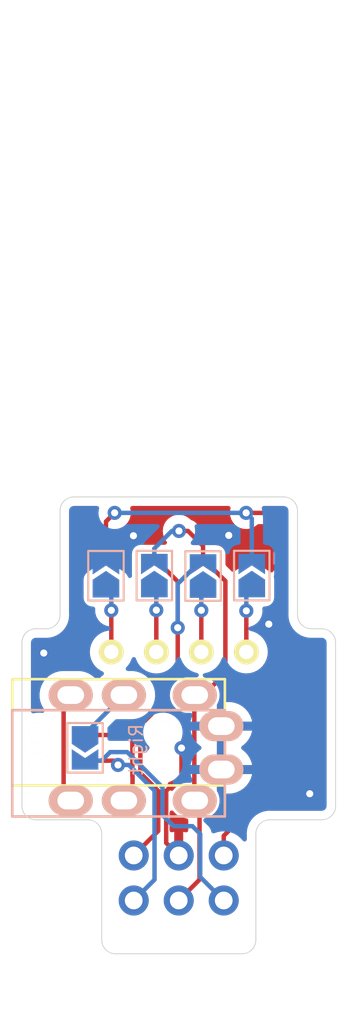
<source format=kicad_pcb>
(kicad_pcb (version 20211014) (generator pcbnew)
  (layers (0 "F.Cu" signal) (31 "B.Cu" signal) (34 "B.Paste" user) (35 "F.Paste" user) (36 "B.SilkS" user "B.Silkscreen") (37 "F.SilkS" user "F.Silkscreen") (38 "B.Mask" user) (39 "F.Mask" user) (44 "Edge.Cuts" user))
  (net 0 "")
  (net 1 "Net-(J4-Pad2)")
  (net 2 "unconnected-(J4-Pad3)")
  (net 3 "/SDA")
  (net 4 "/SCK")
  (net 5 "GND")
  (net 6 "VCC")
  (net 7 "Net-(J5-Pad6)")
  (net 8 "Net-(J5-Pad4)")
  (net 9 "Net-(J6-Pad4)")
  (net 10 "Net-(J6-Pad3)")
  (net 11 "Net-(J6-Pad2)")
  (net 12 "Net-(J6-Pad1)")
  (footprint "TPS42-Shield:OLED" (layer "F.Cu") (at 77.561543 44.778457)
    (fp_text reference "J6" hide)
    (fp_text value "OLED" hide)
    (pad "1" thru_hole circle (at -3.81 0) (size 1.397 1.397) (drill 0.8128) (layers *.Cu *.Mask "F.SilkS") (net 12 "Net-(J6-Pad1)"))
    (pad "2" thru_hole circle (at -1.27 0) (size 1.397 1.397) (drill 0.8128) (layers *.Cu *.Mask "F.SilkS") (net 11 "Net-(J6-Pad2)"))
    (pad "3" thru_hole circle (at 1.27 0) (size 1.397 1.397) (drill 0.8128) (layers *.Cu *.Mask "F.SilkS") (net 10 "Net-(J6-Pad3)"))
    (pad "4" thru_hole circle (at 3.81 0) (size 1.397 1.397) (drill 0.8128) (layers *.Cu *.Mask "F.SilkS") (net 9 "Net-(J6-Pad4)"))
  )
  (footprint "Jumper:SolderJumper-2_P1.3mm_Open_TrianglePad1.0x1.5mm" (layer "F.Cu") (at 73.45 40.48 90)
    (fp_text reference "JP10" hide)
    (fp_text value "Jumper_2_Open" hide)
    (fp_line (start -1.4 -1) (end 1.4 -1) (layer "F.SilkS") (width 0.12))
    (fp_line (start 1.4 -1) (end 1.4 1) (layer "F.SilkS") (width 0.12))
    (fp_line (start -1.4 1) (end -1.4 -1) (layer "F.SilkS") (width 0.12))
    (fp_line (start 1.4 1) (end -1.4 1) (layer "F.SilkS") (width 0.12))
    (pad "1" smd custom locked (at -0.725 0 90) (size 0.3 0.3) (layers "F.Cu" "F.Mask") (net 12 "Net-(J6-Pad1)") (options (clearance outline) (anchor rect)) (primitives (gr_poly (pts (xy 1 0) (xy 0.5 0.75) (xy -0.5 0.75) (xy -0.5 -0.75) (xy 0.5 -0.75)) (width 0) (fill yes))))
    (pad "2" smd custom locked (at 0.725 0 90) (size 0.3 0.3) (layers "F.Cu" "F.Mask") (net 3 "/SDA") (options (clearance outline) (anchor rect)) (primitives (gr_poly (pts (xy 0.5 0.75) (xy -0.65 0.75) (xy -0.15 0) (xy -0.65 -0.75) (xy 0.5 -0.75)) (width 0) (fill yes))))
  )
  (footprint "Jumper:SolderJumper-2_P1.3mm_Open_TrianglePad1.0x1.5mm" (layer "F.Cu") (at 81.68 40.47 90)
    (fp_text reference "JP12" hide)
    (fp_text value "Jumper_2_Open" hide)
    (fp_line (start 1.4 1) (end -1.4 1) (layer "F.SilkS") (width 0.12))
    (fp_line (start 1.4 -1) (end 1.4 1) (layer "F.SilkS") (width 0.12))
    (fp_line (start -1.4 -1) (end 1.4 -1) (layer "F.SilkS") (width 0.12))
    (fp_line (start -1.4 1) (end -1.4 -1) (layer "F.SilkS") (width 0.12))
    (pad "1" smd custom locked (at -0.725 0 90) (size 0.3 0.3) (layers "F.Cu" "F.Mask") (net 9 "Net-(J6-Pad4)") (options (clearance outline) (anchor rect)) (primitives (gr_poly (pts (xy 1 0) (xy 0.5 0.75) (xy -0.5 0.75) (xy -0.5 -0.75) (xy 0.5 -0.75)) (width 0) (fill yes))))
    (pad "2" smd custom locked (at 0.725 0 90) (size 0.3 0.3) (layers "F.Cu" "F.Mask") (net 5 "GND") (options (clearance outline) (anchor rect)) (primitives (gr_poly (pts (xy 0.5 0.75) (xy -0.65 0.75) (xy -0.15 0) (xy -0.65 -0.75) (xy 0.5 -0.75)) (width 0) (fill yes))))
  )
  (footprint "Jumper:SolderJumper-2_P1.3mm_Open_TrianglePad1.0x1.5mm" (layer "F.Cu") (at 72.27 50.19 -90)
    (fp_text reference "JP13" hide)
    (fp_text value "Jumper_2_Open" hide)
    (fp_line (start 1.4 1) (end -1.4 1) (layer "F.SilkS") (width 0.12))
    (fp_line (start 1.4 -1) (end 1.4 1) (layer "F.SilkS") (width 0.12))
    (fp_line (start -1.4 -1) (end 1.4 -1) (layer "F.SilkS") (width 0.12))
    (fp_line (start -1.4 1) (end -1.4 -1) (layer "F.SilkS") (width 0.12))
    (pad "1" smd custom locked (at -0.725 0 270) (size 0.3 0.3) (layers "F.Cu" "F.Mask") (net 1 "Net-(J4-Pad2)") (options (clearance outline) (anchor rect)) (primitives (gr_poly (pts (xy 1 0) (xy 0.5 0.75) (xy -0.5 0.75) (xy -0.5 -0.75) (xy 0.5 -0.75)) (width 0) (fill yes))))
    (pad "2" smd custom locked (at 0.725 0 270) (size 0.3 0.3) (layers "F.Cu" "F.Mask") (net 8 "Net-(J5-Pad4)") (options (clearance outline) (anchor rect)) (primitives (gr_poly (pts (xy 0.5 0.75) (xy -0.65 0.75) (xy -0.15 0) (xy -0.65 -0.75) (xy 0.5 -0.75)) (width 0) (fill yes))))
  )
  (footprint "Jumper:SolderJumper-2_P1.3mm_Open_TrianglePad1.0x1.5mm" (layer "F.Cu") (at 78.93 40.5 90)
    (fp_text reference "JP18" hide)
    (fp_text value "Jumper_2_Open" hide)
    (fp_line (start 1.4 1) (end -1.4 1) (layer "F.SilkS") (width 0.12))
    (fp_line (start -1.4 -1) (end 1.4 -1) (layer "F.SilkS") (width 0.12))
    (fp_line (start 1.4 -1) (end 1.4 1) (layer "F.SilkS") (width 0.12))
    (fp_line (start -1.4 1) (end -1.4 -1) (layer "F.SilkS") (width 0.12))
    (pad "1" smd custom locked (at -0.725 0 90) (size 0.3 0.3) (layers "F.Cu" "F.Mask") (net 10 "Net-(J6-Pad3)") (options (clearance outline) (anchor rect)) (primitives (gr_poly (pts (xy 1 0) (xy 0.5 0.75) (xy -0.5 0.75) (xy -0.5 -0.75) (xy 0.5 -0.75)) (width 0) (fill yes))))
    (pad "2" smd custom locked (at 0.725 0 90) (size 0.3 0.3) (layers "F.Cu" "F.Mask") (net 6 "VCC") (options (clearance outline) (anchor rect)) (primitives (gr_poly (pts (xy 0.5 0.75) (xy -0.65 0.75) (xy -0.15 0) (xy -0.65 -0.75) (xy 0.5 -0.75)) (width 0) (fill yes))))
  )
  (footprint "Jumper:SolderJumper-2_P1.3mm_Open_TrianglePad1.0x1.5mm" (layer "F.Cu") (at 76.18 40.47 90)
    (fp_text reference "JP16" hide)
    (fp_text value "Jumper_2_Open" hide)
    (fp_line (start -1.4 1) (end -1.4 -1) (layer "F.SilkS") (width 0.12))
    (fp_line (start 1.4 1) (end -1.4 1) (layer "F.SilkS") (width 0.12))
    (fp_line (start -1.4 -1) (end 1.4 -1) (layer "F.SilkS") (width 0.12))
    (fp_line (start 1.4 -1) (end 1.4 1) (layer "F.SilkS") (width 0.12))
    (pad "1" smd custom locked (at -0.725 0 90) (size 0.3 0.3) (layers "F.Cu" "F.Mask") (net 11 "Net-(J6-Pad2)") (options (clearance outline) (anchor rect)) (primitives (gr_poly (pts (xy 1 0) (xy 0.5 0.75) (xy -0.5 0.75) (xy -0.5 -0.75) (xy 0.5 -0.75)) (width 0) (fill yes))))
    (pad "2" smd custom locked (at 0.725 0 90) (size 0.3 0.3) (layers "F.Cu" "F.Mask") (net 4 "/SCK") (options (clearance outline) (anchor rect)) (primitives (gr_poly (pts (xy 0.5 0.75) (xy -0.65 0.75) (xy -0.15 0) (xy -0.65 -0.75) (xy 0.5 -0.75)) (width 0) (fill yes))))
  )
  (footprint "Jumper:SolderJumper-2_P1.3mm_Open_TrianglePad1.0x1.5mm" (layer "B.Cu") (at 76.18 40.47 90)
    (fp_text reference "JP15" hide)
    (fp_text value "Jumper_2_Open" hide)
    (fp_line (start 1.4 -1) (end -1.4 -1) (layer "B.SilkS") (width 0.12))
    (fp_line (start -1.4 -1) (end -1.4 1) (layer "B.SilkS") (width 0.12))
    (fp_line (start -1.4 1) (end 1.4 1) (layer "B.SilkS") (width 0.12))
    (fp_line (start 1.4 1) (end 1.4 -1) (layer "B.SilkS") (width 0.12))
    (pad "1" smd custom locked (at -0.725 0 90) (size 0.3 0.3) (layers "B.Cu" "B.Mask") (net 11 "Net-(J6-Pad2)") (options (clearance outline) (anchor rect)) (primitives (gr_poly (pts (xy 1 0) (xy 0.5 0.75) (xy -0.5 0.75) (xy -0.5 -0.75) (xy 0.5 -0.75)) (width 0) (fill yes))))
    (pad "2" smd custom locked (at 0.725 0 90) (size 0.3 0.3) (layers "B.Cu" "B.Mask") (net 6 "VCC") (options (clearance outline) (anchor rect)) (primitives (gr_poly (pts (xy 0.5 0.75) (xy -0.65 0.75) (xy -0.15 0) (xy -0.65 -0.75) (xy 0.5 -0.75)) (width 0) (fill yes))))
  )
  (footprint "TPS42-Shield:MJ-4PP-9-reversable" (layer "B.Cu") (at 68.161543 51.063457 -90)
    (fp_text reference "J4" hide)
    (fp_text value "PJ-320A" hide)
    (fp_line (start -3 -12) (end -3 0) (layer "B.SilkS") (width 0.15))
    (fp_line (start 3 -12) (end -3 -12) (layer "B.SilkS") (width 0.15))
    (fp_line (start 3 0) (end 3 -12) (layer "B.SilkS") (width 0.15))
    (fp_line (start -3 0) (end 3 0) (layer "B.SilkS") (width 0.15))
    (fp_line (start -4.75 -12) (end -4.75 0) (layer "F.SilkS") (width 0.15))
    (fp_line (start 1.25 -12) (end -4.75 -12) (layer "F.SilkS") (width 0.15))
    (fp_line (start 1.25 0) (end 1.25 -12) (layer "F.SilkS") (width 0.15))
    (fp_line (start -4.75 0) (end 1.25 0) (layer "F.SilkS") (width 0.15))
    (pad "" np_thru_hole circle (at 0 -1.5 270) (size 1.2 1.2) (drill 1.2) (layers *.Cu *.Mask "B.SilkS"))
    (pad "" np_thru_hole circle (at 0 -8.5 270) (size 1.2 1.2) (drill 1.2) (layers *.Cu *.Mask "B.SilkS"))
    (pad "" np_thru_hole circle (at -1.75 -8.5 270) (size 1.2 1.2) (drill 1.2) (layers *.Cu *.Mask "B.SilkS"))
    (pad "" np_thru_hole circle (at -1.75 -1.5 270) (size 1.2 1.2) (drill 1.2) (layers *.Cu *.Mask "B.SilkS"))
    (pad "1" thru_hole oval (at -3.85 -10.3 270) (size 1.7 2.5) (drill oval 1 1.5) (layers *.Cu *.Mask "B.SilkS") (net 6 "VCC") (clearance 0.15))
    (pad "1" thru_hole oval (at 2.1 -10.3 270) (size 1.7 2.5) (drill oval 1 1.5) (layers *.Cu *.Mask "B.SilkS") (net 6 "VCC") (clearance 0.15))
    (pad "2" thru_hole oval (at -3.85 -6.3 270) (size 1.7 2.5) (drill oval 1 1.5) (layers *.Cu *.Mask "B.SilkS") (net 1 "Net-(J4-Pad2)"))
    (pad "2" thru_hole oval (at 2.1 -6.3 270) (size 1.7 2.5) (drill oval 1 1.5) (layers *.Cu *.Mask "B.SilkS") (net 1 "Net-(J4-Pad2)"))
    (pad "3" thru_hole oval (at -3.85 -3.3 270) (size 1.7 2.5) (drill oval 1 1.5) (layers *.Cu *.Mask "B.SilkS") (net 2 "unconnected-(J4-Pad3)"))
    (pad "3" thru_hole oval (at 2.1 -3.3 270) (size 1.7 2.5) (drill oval 1 1.5) (layers *.Cu *.Mask "B.SilkS") (net 2 "unconnected-(J4-Pad3)"))
    (pad "4" thru_hole oval (at -2.1 -11.8 270) (size 1.7 2.5) (drill oval 1 1.5) (layers *.Cu *.Mask "B.SilkS") (net 5 "GND") (clearance 0.15))
    (pad "4" thru_hole oval (at 0.35 -11.8 270) (size 1.7 2.5) (drill oval 1 1.5) (layers *.Cu *.Mask "B.SilkS") (net 5 "GND") (clearance 0.15))
  )
  (footprint "Connector_PinHeader_2.54mm:PinHeader_2x03_P2.54mm_Vertical" (layer "B.Cu") (at 75.016543 56.263457 -90)
    (fp_text reference "J5" hide)
    (fp_text value "Conn_01x06" hide)
    (pad "1" thru_hole circle (at 0 0 270) (size 1.7 1.7) (drill 1) (layers *.Cu *.Mask) (net 4 "/SCK"))
    (pad "2" thru_hole oval (at 0 -2.54 270) (size 1.7 1.7) (drill 1) (layers *.Cu *.Mask) (net 5 "GND"))
    (pad "3" thru_hole circle (at 0 -5.08 270) (size 1.7 1.7) (drill 1) (layers *.Cu *.Mask) (net 3 "/SDA"))
    (pad "4" thru_hole oval (at 2.54 0 270) (size 1.7 1.7) (drill 1) (layers *.Cu *.Mask) (net 8 "Net-(J5-Pad4)"))
    (pad "5" thru_hole oval (at 2.54 -2.54 270) (size 1.7 1.7) (drill 1) (layers *.Cu *.Mask) (net 6 "VCC"))
    (pad "6" thru_hole oval (at 2.54 -5.08 270) (size 1.7 1.7) (drill 1) (layers *.Cu *.Mask) (net 7 "Net-(J5-Pad6)"))
  )
  (footprint "Jumper:SolderJumper-2_P1.3mm_Open_TrianglePad1.0x1.5mm" (layer "B.Cu") (at 73.45 40.48 90)
    (fp_text reference "JP9" hide)
    (fp_text value "Jumper_2_Open" hide)
    (fp_line (start 1.4 1) (end 1.4 -1) (layer "B.SilkS") (width 0.12))
    (fp_line (start -1.4 1) (end 1.4 1) (layer "B.SilkS") (width 0.12))
    (fp_line (start 1.4 -1) (end -1.4 -1) (layer "B.SilkS") (width 0.12))
    (fp_line (start -1.4 -1) (end -1.4 1) (layer "B.SilkS") (width 0.12))
    (pad "1" smd custom locked (at -0.725 0 90) (size 0.3 0.3) (layers "B.Cu" "B.Mask") (net 12 "Net-(J6-Pad1)") (options (clearance outline) (anchor rect)) (primitives (gr_poly (pts (xy 1 0) (xy 0.5 0.75) (xy -0.5 0.75) (xy -0.5 -0.75) (xy 0.5 -0.75)) (width 0) (fill yes))))
    (pad "2" smd custom locked (at 0.725 0 90) (size 0.3 0.3) (layers "B.Cu" "B.Mask") (net 5 "GND") (options (clearance outline) (anchor rect)) (primitives (gr_poly (pts (xy 0.5 0.75) (xy -0.65 0.75) (xy -0.15 0) (xy -0.65 -0.75) (xy 0.5 -0.75)) (width 0) (fill yes))))
  )
  (footprint "Jumper:SolderJumper-2_P1.3mm_Open_TrianglePad1.0x1.5mm" (layer "B.Cu") (at 81.68 40.47 90)
    (fp_text reference "JP11" hide)
    (fp_text value "Jumper_2_Open" hide)
    (fp_line (start -1.4 1) (end 1.4 1) (layer "B.SilkS") (width 0.12))
    (fp_line (start 1.4 1) (end 1.4 -1) (layer "B.SilkS") (width 0.12))
    (fp_line (start -1.4 -1) (end -1.4 1) (layer "B.SilkS") (width 0.12))
    (fp_line (start 1.4 -1) (end -1.4 -1) (layer "B.SilkS") (width 0.12))
    (pad "1" smd custom locked (at -0.725 0 90) (size 0.3 0.3) (layers "B.Cu" "B.Mask") (net 9 "Net-(J6-Pad4)") (options (clearance outline) (anchor rect)) (primitives (gr_poly (pts (xy 1 0) (xy 0.5 0.75) (xy -0.5 0.75) (xy -0.5 -0.75) (xy 0.5 -0.75)) (width 0) (fill yes))))
    (pad "2" smd custom locked (at 0.725 0 90) (size 0.3 0.3) (layers "B.Cu" "B.Mask") (net 3 "/SDA") (options (clearance outline) (anchor rect)) (primitives (gr_poly (pts (xy 0.5 0.75) (xy -0.65 0.75) (xy -0.15 0) (xy -0.65 -0.75) (xy 0.5 -0.75)) (width 0) (fill yes))))
  )
  (footprint "Jumper:SolderJumper-2_P1.3mm_Open_TrianglePad1.0x1.5mm" (layer "B.Cu") (at 78.93 40.49 90)
    (fp_text reference "JP17" hide)
    (fp_text value "Jumper_2_Open" hide)
    (fp_line (start 1.4 1) (end 1.4 -1) (layer "B.SilkS") (width 0.12))
    (fp_line (start -1.4 1) (end 1.4 1) (layer "B.SilkS") (width 0.12))
    (fp_line (start -1.4 -1) (end -1.4 1) (layer "B.SilkS") (width 0.12))
    (fp_line (start 1.4 -1) (end -1.4 -1) (layer "B.SilkS") (width 0.12))
    (pad "1" smd custom locked (at -0.725 0 90) (size 0.3 0.3) (layers "B.Cu" "B.Mask") (net 10 "Net-(J6-Pad3)") (options (clearance outline) (anchor rect)) (primitives (gr_poly (pts (xy 1 0) (xy 0.5 0.75) (xy -0.5 0.75) (xy -0.5 -0.75) (xy 0.5 -0.75)) (width 0) (fill yes))))
    (pad "2" smd custom locked (at 0.725 0 90) (size 0.3 0.3) (layers "B.Cu" "B.Mask") (net 4 "/SCK") (options (clearance outline) (anchor rect)) (primitives (gr_poly (pts (xy 0.5 0.75) (xy -0.65 0.75) (xy -0.15 0) (xy -0.65 -0.75) (xy 0.5 -0.75)) (width 0) (fill yes))))
  )
  (footprint "Jumper:SolderJumper-2_P1.3mm_Open_TrianglePad1.0x1.5mm" (layer "B.Cu") (at 72.27 50.19 -90)
    (fp_text reference "JP14" hide)
    (fp_text value "Jumper_2_Open" hide)
    (fp_line (start 1.4 -1) (end -1.4 -1) (layer "B.SilkS") (width 0.12))
    (fp_line (start -1.4 -1) (end -1.4 1) (layer "B.SilkS") (width 0.12))
    (fp_line (start -1.4 1) (end 1.4 1) (layer "B.SilkS") (width 0.12))
    (fp_line (start 1.4 1) (end 1.4 -1) (layer "B.SilkS") (width 0.12))
    (pad "1" smd custom locked (at -0.725 0 270) (size 0.3 0.3) (layers "B.Cu" "B.Mask") (net 1 "Net-(J4-Pad2)") (options (clearance outline) (anchor rect)) (primitives (gr_poly (pts (xy 1 0) (xy 0.5 0.75) (xy -0.5 0.75) (xy -0.5 -0.75) (xy 0.5 -0.75)) (width 0) (fill yes))))
    (pad "2" smd custom locked (at 0.725 0 270) (size 0.3 0.3) (layers "B.Cu" "B.Mask") (net 7 "Net-(J5-Pad6)") (options (clearance outline) (anchor rect)) (primitives (gr_poly (pts (xy 0.5 0.75) (xy -0.65 0.75) (xy -0.15 0) (xy -0.65 -0.75) (xy 0.5 -0.75)) (width 0) (fill yes))))
  )
  (gr_arc (start 81.91 61.03) (mid 81.681543 61.581543) (end 81.13 61.81) (layer "Edge.Cuts") (width 0.05))
  (gr_line (start 69.49 54.25) (end 72.43 54.25) (layer "Edge.Cuts") (width 0.05))
  (gr_line (start 84.26 42.69) (end 84.259801 37.63) (layer "Edge.Cuts") (width 0.05))
  (gr_arc (start 70.86 36.81) (mid 71.088457 36.258457) (end 71.64 36.03) (layer "Edge.Cuts") (width 0.05))
  (gr_line (start 68.71 44.25) (end 68.71 53.47) (layer "Edge.Cuts") (width 0.05))
  (gr_arc (start 73.99 61.81) (mid 73.438457 61.581543) (end 73.21 61.03) (layer "Edge.Cuts") (width 0.05))
  (gr_arc (start 69.49 54.25) (mid 68.938457 54.021543) (end 68.71 53.47) (layer "Edge.Cuts") (width 0.05))
  (gr_arc (start 72.43 54.25) (mid 72.981543 54.478457) (end 73.21 55.03) (layer "Edge.Cuts") (width 0.05))
  (gr_arc (start 85.04 43.47) (mid 84.488457 43.241543) (end 84.26 42.69) (layer "Edge.Cuts") (width 0.05))
  (gr_arc (start 70.86 42.69) (mid 70.631543 43.241543) (end 70.08 43.47) (layer "Edge.Cuts") (width 0.05))
  (gr_arc (start 81.91 55.03) (mid 82.138457 54.478457) (end 82.69 54.25) (layer "Edge.Cuts") (width 0.05))
  (gr_arc (start 85.63 43.47) (mid 86.181543 43.698457) (end 86.41 44.25) (layer "Edge.Cuts") (width 0.05))
  (gr_arc (start 83.48 36.03) (mid 84.031543 36.258457) (end 84.26 36.81) (layer "Edge.Cuts") (width 0.05))
  (gr_arc (start 86.41 53.47) (mid 86.181543 54.021543) (end 85.63 54.25) (layer "Edge.Cuts") (width 0.05))
  (gr_line (start 85.04 43.47) (end 85.63 43.47) (layer "Edge.Cuts") (width 0.05))
  (gr_arc (start 68.71 44.25) (mid 68.938457 43.698457) (end 69.49 43.47) (layer "Edge.Cuts") (width 0.05))
  (gr_line (start 86.41 44.25) (end 86.41 53.47) (layer "Edge.Cuts") (width 0.05))
  (gr_line (start 82.69 54.25) (end 85.63 54.25) (layer "Edge.Cuts") (width 0.05))
  (gr_line (start 81.91 61.03) (end 81.91 55.03) (layer "Edge.Cuts") (width 0.05))
  (gr_line (start 70.86 42.69) (end 70.86 36.81) (layer "Edge.Cuts") (width 0.05))
  (gr_line (start 73.21 55.03) (end 73.21 61.03) (layer "Edge.Cuts") (width 0.05))
  (gr_line (start 84.259801 37.63) (end 84.26 36.81) (layer "Edge.Cuts") (width 0.05))
  (gr_line (start 69.49 43.47) (end 70.08 43.47) (layer "Edge.Cuts") (width 0.05))
  (gr_line (start 81.13 61.81) (end 73.99 61.81) (layer "Edge.Cuts") (width 0.05))
  (gr_line (start 71.64 36.03) (end 83.48 36.03) (layer "Edge.Cuts") (width 0.05))
  (gr_text "Right" (at 75.15 50.28 90) (layer "B.SilkS") (effects (font (size 0.75 0.75) (thickness 0.1)) (justify mirror)))
  (segment (start 74.94048 49.77048) (end 74.94048 51.796197) (width 0.25) (layer "F.Cu") (net 1))
  (segment (start 74.635 49.465) (end 74.94048 49.77048) (width 0.25) (layer "F.Cu") (net 1))
  (segment (start 74.94048 51.796197) (end 74.95 51.805717) (width 0.25) (layer "F.Cu") (net 1))
  (segment (start 72.27 49.465) (end 74.635 49.465) (width 0.25) (layer "F.Cu") (net 1))
  (segment (start 74.95 51.805717) (end 74.95 52.675) (width 0.25) (layer "F.Cu") (net 1))
  (segment (start 74.95 52.675) (end 74.461543 53.163457) (width 0.25) (layer "F.Cu") (net 1))
  (segment (start 72.27 49.465) (end 72.27 49.405) (width 0.25) (layer "F.Cu") (net 1))
  (segment (start 72.27 49.405) (end 74.461543 47.213457) (width 0.25) (layer "F.Cu") (net 1))
  (segment (start 72.27 49.405) (end 74.461543 47.213457) (width 0.25) (layer "B.Cu") (net 1))
  (segment (start 72.27 49.465) (end 72.27 49.405) (width 0.25) (layer "B.Cu") (net 1))
  (segment (start 71.06 52.761914) (end 71.461543 53.163457) (width 0.25) (layer "F.Cu") (net 2))
  (segment (start 71.461543 47.213457) (end 71.06 47.615) (width 0.25) (layer "F.Cu") (net 2))
  (segment (start 71.06 47.615) (end 71.06 52.761914) (width 0.25) (layer "F.Cu") (net 2))
  (segment (start 83.55 43.47) (end 83.55 37.65) (width 0.25) (layer "F.Cu") (net 3))
  (segment (start 80.096543 56.263457) (end 80.096543 55.153457) (width 0.25) (layer "F.Cu") (net 3))
  (segment (start 73.45 37.42) (end 73.94 36.93) (width 0.25) (layer "F.Cu") (net 3))
  (segment (start 84.19 51.09) (end 84.19 44.11) (width 0.25) (layer "F.Cu") (net 3))
  (segment (start 83.55 37.65) (end 82.83 36.93) (width 0.25) (layer "F.Cu") (net 3))
  (segment (start 80.096543 55.153457) (end 83.9 51.35) (width 0.25) (layer "F.Cu") (net 3))
  (segment (start 82.83 36.93) (end 81.36 36.93) (width 0.25) (layer "F.Cu") (net 3))
  (segment (start 84.19 44.11) (end 83.55 43.47) (width 0.25) (layer "F.Cu") (net 3))
  (segment (start 83.9 51.35) (end 83.93 51.35) (width 0.25) (layer "F.Cu") (net 3))
  (segment (start 73.45 39.755) (end 73.45 37.42) (width 0.25) (layer "F.Cu") (net 3))
  (segment (start 83.93 51.35) (end 84.19 51.09) (width 0.25) (layer "F.Cu") (net 3))
  (via (at 73.94 36.93) (size 0.8) (drill 0.4) (layers "F.Cu" "B.Cu") (net 3))
  (via (at 81.36 36.93) (size 0.8) (drill 0.4) (layers "F.Cu" "B.Cu") (net 3))
  (segment (start 73.94 36.93) (end 81.36 36.93) (width 0.25) (layer "B.Cu") (net 3))
  (segment (start 81.68 37.25) (end 81.68 39.745) (width 0.25) (layer "B.Cu") (net 3))
  (segment (start 81.36 36.93) (end 81.68 37.25) (width 0.25) (layer "B.Cu") (net 3))
  (segment (start 77.5 43.41) (end 77.5 40.80606) (width 0.25) (layer "F.Cu") (net 4))
  (segment (start 75.016543 56.263457) (end 76.4 54.88) (width 0.25) (layer "F.Cu") (net 4))
  (segment (start 76.54 46.44) (end 77.5 45.48) (width 0.25) (layer "F.Cu") (net 4))
  (segment (start 75.39 51.61) (end 75.39 48.92) (width 0.25) (layer "F.Cu") (net 4))
  (segment (start 77.5 40.80606) (end 76.43894 39.745) (width 0.25) (layer "F.Cu") (net 4))
  (segment (start 76.4 54.88) (end 76.4 52.62) (width 0.25) (layer "F.Cu") (net 4))
  (segment (start 76.4 52.62) (end 75.39 51.61) (width 0.25) (layer "F.Cu") (net 4))
  (segment (start 77.5 45.48) (end 77.5 43.41) (width 0.25) (layer "F.Cu") (net 4))
  (segment (start 75.39 48.92) (end 76.54 47.77) (width 0.25) (layer "F.Cu") (net 4))
  (segment (start 76.43894 39.745) (end 76.18 39.745) (width 0.25) (layer "F.Cu") (net 4))
  (segment (start 76.54 47.77) (end 76.54 46.44) (width 0.25) (layer "F.Cu") (net 4))
  (via (at 77.5 43.41) (size 0.8) (drill 0.4) (layers "F.Cu" "B.Cu") (net 4))
  (segment (start 78.93 39.765) (end 78.67106 39.765) (width 0.25) (layer "B.Cu") (net 4))
  (segment (start 77.5 40.93606) (end 77.5 43.41) (width 0.25) (layer "B.Cu") (net 4))
  (segment (start 78.67106 39.765) (end 77.5 40.93606) (width 0.25) (layer "B.Cu") (net 4))
  (segment (start 77.712523 50.2) (end 77.712523 51.757477) (width 0.25) (layer "F.Cu") (net 5))
  (segment (start 83.10048 40.19048) (end 82.655 39.745) (width 0.25) (layer "F.Cu") (net 5))
  (segment (start 82.64 43.21) (end 83.10048 42.74952) (width 0.25) (layer "F.Cu") (net 5))
  (segment (start 81.68 39.745) (end 81.68 39.5) (width 0.25) (layer "F.Cu") (net 5))
  (segment (start 82.655 39.745) (end 81.68 39.745) (width 0.25) (layer "F.Cu") (net 5))
  (segment (start 77.712523 51.757477) (end 76.84952 52.62048) (width 0.25) (layer "F.Cu") (net 5))
  (segment (start 83.10048 42.74952) (end 83.10048 40.19048) (width 0.25) (layer "F.Cu") (net 5))
  (segment (start 76.84952 55.556434) (end 77.556543 56.263457) (width 0.25) (layer "F.Cu") (net 5))
  (segment (start 81.68 39.5) (end 80.38 38.2) (width 0.25) (layer "F.Cu") (net 5))
  (segment (start 76.84952 52.62048) (end 76.84952 55.556434) (width 0.25) (layer "F.Cu") (net 5))
  (via (at 80.38 38.2) (size 0.8) (drill 0.4) (layers "F.Cu" "B.Cu") (net 5))
  (via (at 69.94 44.84) (size 0.8) (drill 0.4) (layers "F.Cu" "B.Cu") (net 5))
  (via (at 77.712523 50.2) (size 0.8) (drill 0.4) (layers "F.Cu" "B.Cu") (net 5))
  (via (at 82.64 43.21) (size 0.8) (drill 0.4) (layers "F.Cu" "B.Cu") (net 5))
  (via (at 84.95 52.78) (size 0.8) (drill 0.4) (layers "F.Cu" "B.Cu") (net 5))
  (via (at 75 38.22) (size 0.8) (drill 0.4) (layers "F.Cu" "B.Cu") (net 5))
  (segment (start 80.19 45.97) (end 80.19 40.77606) (width 0.25) (layer "F.Cu") (net 6))
  (segment (start 78.437023 53.138937) (end 78.461543 53.163457) (width 0.25) (layer "F.Cu") (net 6))
  (segment (start 80.19 40.77606) (end 79.18894 39.775) (width 0.25) (layer "F.Cu") (net 6))
  (segment (start 79.18894 39.775) (end 78.93 39.775) (width 0.25) (layer "F.Cu") (net 6))
  (segment (start 77.57 37.95) (end 78.08 37.95) (width 0.25) (layer "F.Cu") (net 6))
  (segment (start 78.731054 57.628946) (end 77.556543 58.803457) (width 0.25) (layer "F.Cu") (net 6))
  (segment (start 78.946543 47.213457) (end 80.19 45.97) (width 0.25) (layer "F.Cu") (net 6))
  (segment (start 78.731054 53.432968) (end 78.731054 57.628946) (width 0.25) (layer "F.Cu") (net 6))
  (segment (start 78.461543 47.213457) (end 78.437023 47.237977) (width 0.25) (layer "F.Cu") (net 6))
  (segment (start 78.461543 53.163457) (end 78.731054 53.432968) (width 0.25) (layer "F.Cu") (net 6))
  (segment (start 78.93 38.8) (end 78.93 39.775) (width 0.25) (layer "F.Cu") (net 6))
  (segment (start 78.461543 47.213457) (end 78.946543 47.213457) (width 0.25) (layer "F.Cu") (net 6))
  (segment (start 78.437023 47.237977) (end 78.437023 53.138937) (width 0.25) (layer "F.Cu") (net 6))
  (segment (start 78.08 37.95) (end 78.93 38.8) (width 0.25) (layer "F.Cu") (net 6))
  (via (at 77.57 37.95) (size 0.8) (drill 0.4) (layers "F.Cu" "B.Cu") (net 6))
  (segment (start 77.57 37.95) (end 77.17 37.95) (width 0.25) (layer "B.Cu") (net 6))
  (segment (start 76.18 38.94) (end 76.18 39.745) (width 0.25) (layer "B.Cu") (net 6))
  (segment (start 77.17 37.95) (end 76.18 38.94) (width 0.25) (layer "B.Cu") (net 6))
  (segment (start 73.205 50.915) (end 72.27 50.915) (width 0.25) (layer "B.Cu") (net 7))
  (segment (start 78.77 55.05) (end 78.33 54.61) (width 0.25) (layer "B.Cu") (net 7))
  (segment (start 76.640574 53.980574) (end 76.640574 52.420671) (width 0.25) (layer "B.Cu") (net 7))
  (segment (start 80.096543 58.803457) (end 78.77 57.476914) (width 0.25) (layer "B.Cu") (net 7))
  (segment (start 78.77 57.476914) (end 78.77 55.05) (width 0.25) (layer "B.Cu") (net 7))
  (segment (start 77.27 54.61) (end 76.640574 53.980574) (width 0.25) (layer "B.Cu") (net 7))
  (segment (start 76.640574 52.420671) (end 74.649903 50.43) (width 0.25) (layer "B.Cu") (net 7))
  (segment (start 73.69 50.43) (end 73.205 50.915) (width 0.25) (layer "B.Cu") (net 7))
  (segment (start 74.649903 50.43) (end 73.69 50.43) (width 0.25) (layer "B.Cu") (net 7))
  (segment (start 78.33 54.61) (end 77.27 54.61) (width 0.25) (layer "B.Cu") (net 7))
  (segment (start 73.8905 50.915) (end 74.13 51.1545) (width 0.25) (layer "F.Cu") (net 8))
  (segment (start 72.27 50.915) (end 73.8905 50.915) (width 0.25) (layer "F.Cu") (net 8))
  (via (at 74.13 51.1545) (size 0.8) (drill 0.4) (layers "F.Cu" "B.Cu") (net 8))
  (segment (start 76.191054 57.628946) (end 75.016543 58.803457) (width 0.25) (layer "B.Cu") (net 8))
  (segment (start 74.738686 51.1545) (end 76.191054 52.606868) (width 0.25) (layer "B.Cu") (net 8))
  (segment (start 76.191054 52.606868) (end 76.191054 57.628946) (width 0.25) (layer "B.Cu") (net 8))
  (segment (start 74.13 51.1545) (end 74.738686 51.1545) (width 0.25) (layer "B.Cu") (net 8))
  (segment (start 81.371543 41.503457) (end 81.371543 42.458457) (width 0.25) (layer "F.Cu") (net 9))
  (segment (start 81.371543 42.458457) (end 81.371543 44.778457) (width 0.25) (layer "F.Cu") (net 9))
  (segment (start 81.68 41.195) (end 81.371543 41.503457) (width 0.25) (layer "F.Cu") (net 9))
  (via (at 81.371543 42.458457) (size 0.8) (drill 0.4) (layers "F.Cu" "B.Cu") (net 9))
  (segment (start 81.371543 41.503457) (end 81.68 41.195) (width 0.25) (layer "B.Cu") (net 9))
  (segment (start 81.371543 42.458457) (end 81.371543 41.503457) (width 0.25) (layer "B.Cu") (net 9))
  (segment (start 78.831543 42.428457) (end 78.831543 44.778457) (width 0.25) (layer "F.Cu") (net 10))
  (segment (start 78.93 41.225) (end 78.831543 41.323457) (width 0.25) (layer "F.Cu") (net 10))
  (segment (start 78.831543 41.323457) (end 78.831543 42.428457) (width 0.25) (layer "F.Cu") (net 10))
  (via (at 78.831543 42.428457) (size 0.8) (drill 0.4) (layers "F.Cu" "B.Cu") (net 10))
  (segment (start 78.831543 42.428457) (end 78.831543 41.313457) (width 0.25) (layer "B.Cu") (net 10))
  (segment (start 78.831543 41.313457) (end 78.93 41.215) (width 0.25) (layer "B.Cu") (net 10))
  (segment (start 76.291543 42.418457) (end 76.291543 44.778457) (width 0.25) (layer "F.Cu") (net 11))
  (segment (start 76.18 41.195) (end 76.291543 41.306543) (width 0.25) (layer "F.Cu") (net 11))
  (segment (start 76.291543 41.306543) (end 76.291543 42.418457) (width 0.25) (layer "F.Cu") (net 11))
  (via (at 76.291543 42.418457) (size 0.8) (drill 0.4) (layers "F.Cu" "B.Cu") (net 11))
  (segment (start 76.291543 41.306543) (end 76.18 41.195) (width 0.25) (layer "B.Cu") (net 11))
  (segment (start 76.291543 42.418457) (end 76.291543 41.306543) (width 0.25) (layer "B.Cu") (net 11))
  (segment (start 73.45 41.205) (end 73.751543 41.506543) (width 0.25) (layer "F.Cu") (net 12))
  (segment (start 73.751543 42.428457) (end 73.751543 44.778457) (width 0.25) (layer "F.Cu") (net 12))
  (segment (start 73.751543 41.506543) (end 73.751543 42.428457) (width 0.25) (layer "F.Cu") (net 12))
  (via (at 73.751543 42.428457) (size 0.8) (drill 0.4) (layers "F.Cu" "B.Cu") (net 12))
  (segment (start 73.751543 42.428457) (end 73.751543 41.506543) (width 0.25) (layer "B.Cu") (net 12))
  (segment (start 73.751543 41.506543) (end 73.45 41.205) (width 0.25) (layer "B.Cu") (net 12))
  (zone (net 5) (net_name "GND") (layers F&B.Cu) (connect_pads (clearance 0.508)) (min_thickness 0.254) (fill yes (thermal_gap 0.508) (thermal_bridge_width 0.508))
    (polygon (pts (xy 86.56 65.78) (xy 67.47 65.78) (xy 67.47 34.29) (xy 86.56 34.29)))
  )
)
</source>
